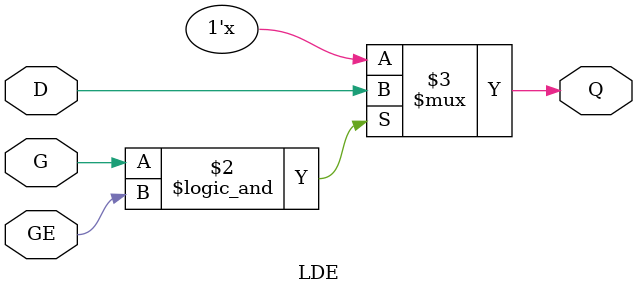
<source format=v>

/*

FUNCTION	: D-LATCH with gate enable

*/

`celldefine
`timescale  100 ps / 10 ps

module LDE (Q, D, G, GE);

    parameter INIT = 1'b0;

    output Q;
    reg    Q;

    input  D, G, GE;

	always @( D or G or GE)
	    if (G && GE)
		Q <= D;

endmodule

</source>
